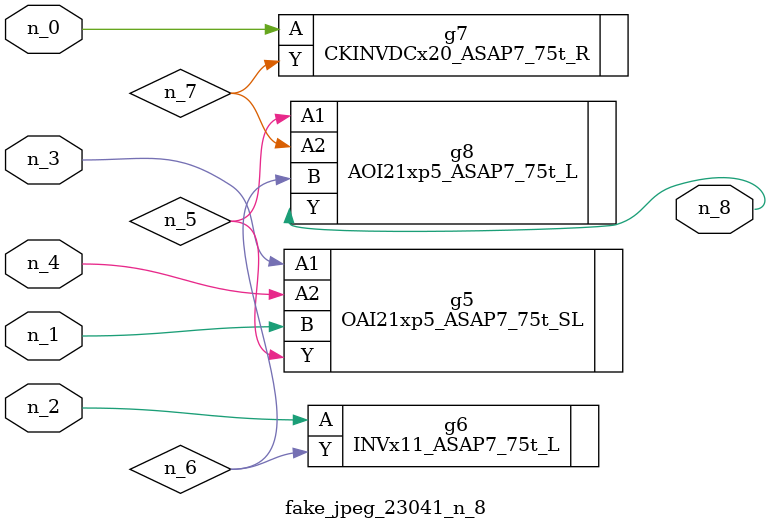
<source format=v>
module fake_jpeg_23041_n_8 (n_3, n_2, n_1, n_0, n_4, n_8);

input n_3;
input n_2;
input n_1;
input n_0;
input n_4;

output n_8;

wire n_6;
wire n_5;
wire n_7;

OAI21xp5_ASAP7_75t_SL g5 ( 
.A1(n_3),
.A2(n_4),
.B(n_1),
.Y(n_5)
);

INVx11_ASAP7_75t_L g6 ( 
.A(n_2),
.Y(n_6)
);

CKINVDCx20_ASAP7_75t_R g7 ( 
.A(n_0),
.Y(n_7)
);

AOI21xp5_ASAP7_75t_L g8 ( 
.A1(n_5),
.A2(n_7),
.B(n_6),
.Y(n_8)
);


endmodule
</source>
